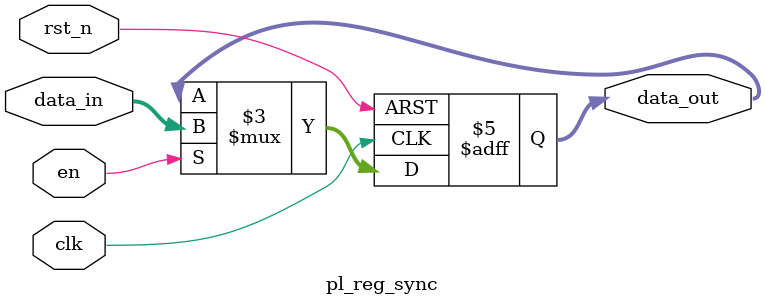
<source format=sv>
module pl_reg_sync #(
    parameter W = 8
)(
    input  wire         clk,    // Clock input
    input  wire         rst_n,  // Active-low asynchronous reset
    input  wire         en,     // Register enable signal
    input  wire [W-1:0] data_in,  // Input data
    output reg  [W-1:0] data_out  // Output data
);

    // Optimized implementation with clear signal hierarchy
    // Asynchronous reset, synchronous enable
    always @(posedge clk or negedge rst_n) begin
        if (!rst_n) begin
            // Use parameter-based initialization for better portability
            data_out <= {W{1'b0}};
        end 
        else if (en) begin
            // Only update when enabled to reduce switching activity
            data_out <= data_in;
        end
        // Implicit else: hold current value (no assignment needed)
    end

endmodule
</source>
